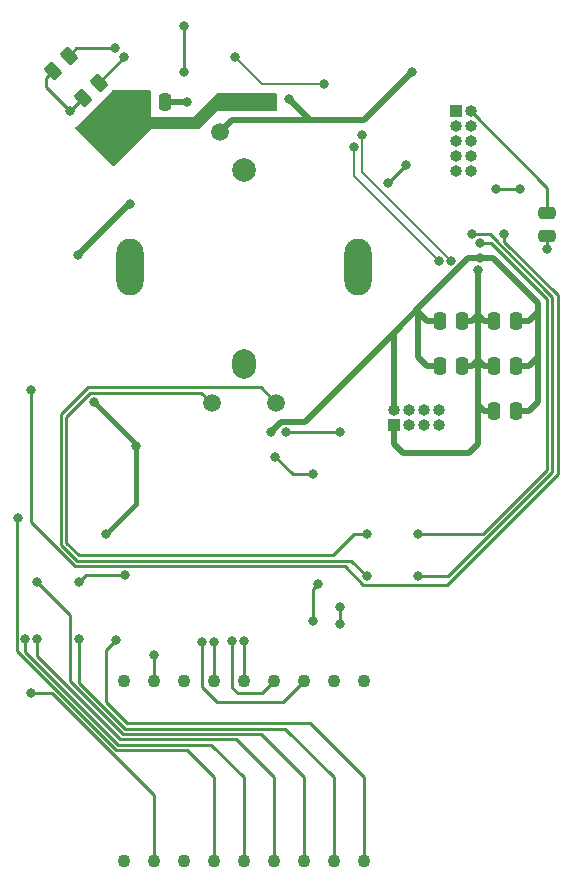
<source format=gbl>
%TF.GenerationSoftware,KiCad,Pcbnew,(6.0.2)*%
%TF.CreationDate,2022-04-01T16:02:14+02:00*%
%TF.ProjectId,rotarykeyboard,726f7461-7279-46b6-9579-626f6172642e,rev?*%
%TF.SameCoordinates,Original*%
%TF.FileFunction,Copper,L2,Bot*%
%TF.FilePolarity,Positive*%
%FSLAX46Y46*%
G04 Gerber Fmt 4.6, Leading zero omitted, Abs format (unit mm)*
G04 Created by KiCad (PCBNEW (6.0.2)) date 2022-04-01 16:02:14*
%MOMM*%
%LPD*%
G01*
G04 APERTURE LIST*
G04 Aperture macros list*
%AMRoundRect*
0 Rectangle with rounded corners*
0 $1 Rounding radius*
0 $2 $3 $4 $5 $6 $7 $8 $9 X,Y pos of 4 corners*
0 Add a 4 corners polygon primitive as box body*
4,1,4,$2,$3,$4,$5,$6,$7,$8,$9,$2,$3,0*
0 Add four circle primitives for the rounded corners*
1,1,$1+$1,$2,$3*
1,1,$1+$1,$4,$5*
1,1,$1+$1,$6,$7*
1,1,$1+$1,$8,$9*
0 Add four rect primitives between the rounded corners*
20,1,$1+$1,$2,$3,$4,$5,0*
20,1,$1+$1,$4,$5,$6,$7,0*
20,1,$1+$1,$6,$7,$8,$9,0*
20,1,$1+$1,$8,$9,$2,$3,0*%
G04 Aperture macros list end*
%TA.AperFunction,ComponentPad*%
%ADD10C,2.000000*%
%TD*%
%TA.AperFunction,ComponentPad*%
%ADD11O,2.300000X4.800000*%
%TD*%
%TA.AperFunction,ComponentPad*%
%ADD12O,2.000000X2.500000*%
%TD*%
%TA.AperFunction,ComponentPad*%
%ADD13C,1.500000*%
%TD*%
%TA.AperFunction,ComponentPad*%
%ADD14R,1.000000X1.000000*%
%TD*%
%TA.AperFunction,ComponentPad*%
%ADD15O,1.000000X1.000000*%
%TD*%
%TA.AperFunction,ComponentPad*%
%ADD16C,1.100000*%
%TD*%
%TA.AperFunction,SMDPad,CuDef*%
%ADD17RoundRect,0.250000X0.132583X-0.503814X0.503814X-0.132583X-0.132583X0.503814X-0.503814X0.132583X0*%
%TD*%
%TA.AperFunction,SMDPad,CuDef*%
%ADD18RoundRect,0.250000X-0.250000X-0.475000X0.250000X-0.475000X0.250000X0.475000X-0.250000X0.475000X0*%
%TD*%
%TA.AperFunction,SMDPad,CuDef*%
%ADD19RoundRect,0.250000X0.250000X0.475000X-0.250000X0.475000X-0.250000X-0.475000X0.250000X-0.475000X0*%
%TD*%
%TA.AperFunction,SMDPad,CuDef*%
%ADD20RoundRect,0.250000X0.475000X-0.250000X0.475000X0.250000X-0.475000X0.250000X-0.475000X-0.250000X0*%
%TD*%
%TA.AperFunction,ViaPad*%
%ADD21C,0.800000*%
%TD*%
%TA.AperFunction,Conductor*%
%ADD22C,0.500000*%
%TD*%
%TA.AperFunction,Conductor*%
%ADD23C,0.250000*%
%TD*%
%TA.AperFunction,Conductor*%
%ADD24C,0.400000*%
%TD*%
%TA.AperFunction,Conductor*%
%ADD25C,0.200000*%
%TD*%
G04 APERTURE END LIST*
D10*
%TO.P,SW101,S*%
%TO.N,N/C*%
X81280000Y-52760000D03*
D11*
X71630000Y-60960000D03*
X90930000Y-60960000D03*
D12*
X81280000Y-69160000D03*
D13*
%TO.P,SW101,C,C*%
%TO.N,GND*%
X79280000Y-49460000D03*
%TO.P,SW101,B,B*%
%TO.N,Net-(R102-Pad2)*%
X84030000Y-72460000D03*
%TO.P,SW101,A,A*%
%TO.N,Net-(R101-Pad2)*%
X78530000Y-72460000D03*
%TD*%
D14*
%TO.P,J102,1,Pin_1*%
%TO.N,+3V3*%
X99197000Y-47742000D03*
D15*
%TO.P,J102,2,Pin_2*%
%TO.N,GND*%
X100467000Y-47742000D03*
%TO.P,J102,3,Pin_3*%
X99197000Y-49012000D03*
%TO.P,J102,4,Pin_4*%
%TO.N,unconnected-(J102-Pad4)*%
X100467000Y-49012000D03*
%TO.P,J102,5,Pin_5*%
%TO.N,unconnected-(J102-Pad5)*%
X99197000Y-50282000D03*
%TO.P,J102,6,Pin_6*%
%TO.N,Net-(C108-Pad1)*%
X100467000Y-50282000D03*
%TO.P,J102,7,Pin_7*%
%TO.N,unconnected-(J102-Pad7)*%
X99197000Y-51552000D03*
%TO.P,J102,8,Pin_8*%
%TO.N,unconnected-(J102-Pad8)*%
X100467000Y-51552000D03*
%TO.P,J102,9,Pin_9*%
%TO.N,Net-(J102-Pad9)*%
X99197000Y-52822000D03*
%TO.P,J102,10,Pin_10*%
%TO.N,Net-(J102-Pad10)*%
X100467000Y-52822000D03*
%TD*%
D16*
%TO.P,U202,1,E*%
%TO.N,Net-(U202-Pad1)*%
X71120000Y-111252000D03*
%TO.P,U202,2,M*%
%TO.N,Net-(U202-Pad2)*%
X73660000Y-111252000D03*
%TO.P,U202,3,NC*%
%TO.N,unconnected-(U202-Pad3)*%
X76200000Y-111252000D03*
%TO.P,U202,4,L*%
%TO.N,Net-(R205-Pad2)*%
X78740000Y-111252000D03*
%TO.P,U202,5,K*%
%TO.N,Net-(U202-Pad5)*%
X81280000Y-111252000D03*
%TO.P,U202,6,J*%
%TO.N,Net-(U202-Pad6)*%
X83820000Y-111252000D03*
%TO.P,U202,7,D*%
%TO.N,Net-(R208-Pad2)*%
X86360000Y-111252000D03*
%TO.P,U202,8,DP*%
%TO.N,Net-(R209-Pad2)*%
X88900000Y-111252000D03*
%TO.P,U202,9,C*%
%TO.N,Net-(R217-Pad2)*%
X91440000Y-111252000D03*
%TO.P,U202,10,B*%
%TO.N,Net-(R216-Pad2)*%
X91440000Y-96012000D03*
%TO.P,U202,11,C2*%
%TO.N,Net-(U201-Pad4)*%
X88900000Y-96012000D03*
%TO.P,U202,12,A*%
%TO.N,Net-(R215-Pad2)*%
X86360000Y-96012000D03*
%TO.P,U202,13,N*%
%TO.N,Net-(R214-Pad2)*%
X83820000Y-96012000D03*
%TO.P,U202,14,H*%
%TO.N,Net-(R213-Pad2)*%
X81280000Y-96012000D03*
%TO.P,U202,15,G*%
%TO.N,Net-(R212-Pad2)*%
X78740000Y-96012000D03*
%TO.P,U202,16,C1*%
%TO.N,Net-(U201-Pad6)*%
X76200000Y-96012000D03*
%TO.P,U202,17,P*%
%TO.N,Net-(R211-Pad2)*%
X73660000Y-96012000D03*
%TO.P,U202,18,F*%
%TO.N,Net-(R210-Pad2)*%
X71120000Y-96012000D03*
%TD*%
D14*
%TO.P,J101,1,Pin_1*%
%TO.N,GND*%
X93980000Y-74285000D03*
D15*
%TO.P,J101,2,Pin_2*%
%TO.N,+3V3*%
X93980000Y-73015000D03*
%TO.P,J101,3,Pin_3*%
%TO.N,Net-(J101-Pad3)*%
X95250000Y-74285000D03*
%TO.P,J101,4,Pin_4*%
%TO.N,Net-(J101-Pad4)*%
X95250000Y-73015000D03*
%TO.P,J101,5,Pin_5*%
%TO.N,Net-(J101-Pad5)*%
X96520000Y-74285000D03*
%TO.P,J101,6,Pin_6*%
%TO.N,Net-(J101-Pad6)*%
X96520000Y-73015000D03*
%TO.P,J101,7,Pin_7*%
%TO.N,Net-(J101-Pad7)*%
X97790000Y-74285000D03*
%TO.P,J101,8,Pin_8*%
%TO.N,Net-(J101-Pad8)*%
X97790000Y-73015000D03*
%TD*%
D17*
%TO.P,R302,1*%
%TO.N,GND*%
X65140765Y-44333235D03*
%TO.P,R302,2*%
%TO.N,Net-(J301-PadA5)*%
X66431235Y-43042765D03*
%TD*%
%TO.P,R303,1*%
%TO.N,GND*%
X67680765Y-46619235D03*
%TO.P,R303,2*%
%TO.N,Net-(J301-PadB5)*%
X68971235Y-45328765D03*
%TD*%
D18*
%TO.P,C302,1*%
%TO.N,+5V*%
X72710000Y-46990000D03*
%TO.P,C302,2*%
%TO.N,GND*%
X74610000Y-46990000D03*
%TD*%
D19*
%TO.P,C105,1*%
%TO.N,+3V3*%
X104328000Y-73152000D03*
%TO.P,C105,2*%
%TO.N,GND*%
X102428000Y-73152000D03*
%TD*%
D18*
%TO.P,C104,1*%
%TO.N,+3V3*%
X97856000Y-69342000D03*
%TO.P,C104,2*%
%TO.N,GND*%
X99756000Y-69342000D03*
%TD*%
D19*
%TO.P,C101,1*%
%TO.N,+3V3*%
X104328000Y-65532000D03*
%TO.P,C101,2*%
%TO.N,GND*%
X102428000Y-65532000D03*
%TD*%
%TO.P,C102,1*%
%TO.N,+3V3*%
X104328000Y-69342000D03*
%TO.P,C102,2*%
%TO.N,GND*%
X102428000Y-69342000D03*
%TD*%
D20*
%TO.P,C109,1*%
%TO.N,Net-(C109-Pad1)*%
X106934000Y-58288000D03*
%TO.P,C109,2*%
%TO.N,GND*%
X106934000Y-56388000D03*
%TD*%
D18*
%TO.P,C103,1*%
%TO.N,+3V3*%
X97856000Y-65532000D03*
%TO.P,C103,2*%
%TO.N,GND*%
X99756000Y-65532000D03*
%TD*%
D21*
%TO.N,GND*%
X71628000Y-55626000D03*
X67222500Y-59944000D03*
X69596000Y-83566000D03*
X66548000Y-47752000D03*
X72144391Y-76073000D03*
X93472000Y-53848000D03*
X95504000Y-44450000D03*
X95000299Y-52328299D03*
X101092000Y-61214000D03*
X68580000Y-72390000D03*
X76454000Y-46990000D03*
X85090000Y-46736000D03*
%TO.N,Net-(C106-Pad1)*%
X96012000Y-83566000D03*
X101218791Y-58938039D03*
%TO.N,Net-(C107-Pad1)*%
X100584000Y-58166000D03*
X96012000Y-87122000D03*
%TO.N,+3V3*%
X101267938Y-60188562D03*
X83566000Y-74930000D03*
%TO.N,Net-(C109-Pad1)*%
X106934000Y-59436000D03*
%TO.N,Net-(C301-Pad1)*%
X76200000Y-44450000D03*
X76170000Y-40513800D03*
%TO.N,+5V*%
X79690139Y-46736000D03*
X83566000Y-46736000D03*
X70612000Y-50292000D03*
%TO.N,Net-(J102-Pad9)*%
X104652299Y-54351701D03*
X102611701Y-54360299D03*
%TO.N,Net-(J301-PadA5)*%
X70358000Y-42418000D03*
%TO.N,/USB & Power/USB_D-*%
X97790000Y-60452000D03*
X90554250Y-50800000D03*
%TO.N,/USB & Power/USB_D+*%
X98806000Y-60452000D03*
X88068379Y-45474407D03*
X80518000Y-43180000D03*
X91253750Y-49784000D03*
%TO.N,Net-(J301-PadB5)*%
X71120000Y-43180000D03*
%TO.N,Net-(R101-Pad2)*%
X91694000Y-83566000D03*
%TO.N,Net-(R102-Pad2)*%
X91694000Y-87122000D03*
%TO.N,/Segment display/SCL*%
X87122000Y-78486000D03*
X83942701Y-76999500D03*
%TO.N,/Segment display/SDA*%
X89413017Y-74935017D03*
X84836000Y-74930000D03*
%TO.N,Net-(R205-Pad2)*%
X62175687Y-82213997D03*
%TO.N,Net-(R208-Pad2)*%
X63754000Y-87630000D03*
%TO.N,Net-(R209-Pad2)*%
X67310000Y-92456000D03*
%TO.N,Net-(R211-Pad2)*%
X73660000Y-93763500D03*
%TO.N,Net-(R212-Pad2)*%
X78723503Y-92710000D03*
%TO.N,Net-(R213-Pad2)*%
X81280000Y-92589480D03*
%TO.N,Net-(R214-Pad2)*%
X80280497Y-92589480D03*
%TO.N,Net-(R215-Pad2)*%
X77724000Y-92710000D03*
%TO.N,Net-(R217-Pad2)*%
X70416842Y-92514842D03*
%TO.N,Net-(SW102-Pad3)*%
X63246000Y-71374000D03*
X103318456Y-58166000D03*
%TO.N,/Segment display/C2*%
X87122000Y-90932000D03*
X87559994Y-87770013D03*
%TO.N,Net-(U201-Pad6)*%
X89408000Y-89699500D03*
X89408000Y-91148500D03*
%TO.N,Net-(U203-Pad12)*%
X71190006Y-87008013D03*
X67310000Y-87630000D03*
%TO.N,Net-(U202-Pad2)*%
X63241701Y-97023701D03*
%TO.N,Net-(U202-Pad5)*%
X62754497Y-92456000D03*
%TO.N,Net-(U202-Pad6)*%
X63754000Y-92456000D03*
%TD*%
D22*
%TO.N,+3V3*%
X93980000Y-66548000D02*
X86447511Y-74080489D01*
X86447511Y-74080489D02*
X84415511Y-74080489D01*
X84415511Y-74080489D02*
X83566000Y-74930000D01*
D23*
%TO.N,/Segment display/SDA*%
X89413017Y-74935017D02*
X89408000Y-74930000D01*
X89408000Y-74930000D02*
X84836000Y-74930000D01*
D22*
%TO.N,+3V3*%
X93980000Y-66479390D02*
X93980000Y-66548000D01*
%TO.N,GND*%
X101092000Y-72644000D02*
X101092000Y-75946000D01*
X101092000Y-75946000D02*
X100330000Y-76708000D01*
X100330000Y-76708000D02*
X94742000Y-76708000D01*
X94742000Y-76708000D02*
X93980000Y-75946000D01*
X93980000Y-75946000D02*
X93980000Y-74285000D01*
D23*
%TO.N,Net-(U202-Pad2)*%
X63241701Y-97023701D02*
X65015398Y-97023701D01*
X65015398Y-97023701D02*
X70256817Y-102265120D01*
X70256817Y-102265120D02*
X70261120Y-102265120D01*
X70261120Y-102265120D02*
X73660000Y-105664000D01*
X73660000Y-105664000D02*
X73660000Y-111252000D01*
D22*
%TO.N,GND*%
X80226000Y-48514000D02*
X87884000Y-48514000D01*
X79280000Y-49460000D02*
X80226000Y-48514000D01*
D23*
%TO.N,Net-(R102-Pad2)*%
X68072000Y-71120000D02*
X82690000Y-71120000D01*
X65786000Y-73406000D02*
X68072000Y-71120000D01*
X65786000Y-84455717D02*
X65786000Y-73406000D01*
X67123802Y-85793520D02*
X65786000Y-84455717D01*
X91694000Y-87122000D02*
X90365520Y-85793520D01*
X82690000Y-71120000D02*
X84030000Y-72460000D01*
%TO.N,Net-(R101-Pad2)*%
X68258198Y-71569520D02*
X77639520Y-71569520D01*
X77639520Y-71569520D02*
X78530000Y-72460000D01*
X91694000Y-83566000D02*
X90574500Y-83566000D01*
X88796500Y-85344000D02*
X67310000Y-85344000D01*
X90574500Y-83566000D02*
X88796500Y-85344000D01*
X66235520Y-84269520D02*
X66235520Y-73592198D01*
X67310000Y-85344000D02*
X66235520Y-84269520D01*
%TO.N,Net-(R102-Pad2)*%
X90365520Y-85793520D02*
X67123802Y-85793520D01*
%TO.N,Net-(R101-Pad2)*%
X66235520Y-73592198D02*
X68258198Y-71569520D01*
D24*
%TO.N,GND*%
X68580000Y-72390000D02*
X72144391Y-75954391D01*
X72144391Y-75954391D02*
X72144391Y-76073000D01*
X72144391Y-76073000D02*
X72144391Y-81017609D01*
X72144391Y-81017609D02*
X69596000Y-83566000D01*
D22*
X101092000Y-68834000D02*
X101600000Y-69342000D01*
X86868000Y-48514000D02*
X87884000Y-48514000D01*
D23*
X106934000Y-54209000D02*
X100467000Y-47742000D01*
X64516000Y-44958000D02*
X64516000Y-45720000D01*
X65140765Y-44333235D02*
X64516000Y-44958000D01*
D22*
X85090000Y-46736000D02*
X86868000Y-48514000D01*
D23*
X64516000Y-45720000D02*
X66548000Y-47752000D01*
D22*
X101600000Y-65532000D02*
X102428000Y-65532000D01*
X101600000Y-73152000D02*
X102428000Y-73152000D01*
X71628000Y-55626000D02*
X71540500Y-55626000D01*
X100584000Y-69342000D02*
X99756000Y-69342000D01*
D23*
X95000299Y-52328299D02*
X94991701Y-52328299D01*
D22*
X101092000Y-72644000D02*
X101600000Y-73152000D01*
X74610000Y-46990000D02*
X76454000Y-46990000D01*
X100584000Y-65532000D02*
X99756000Y-65532000D01*
X101600000Y-69342000D02*
X102428000Y-69342000D01*
X101092000Y-65024000D02*
X100584000Y-65532000D01*
X91440000Y-48514000D02*
X95504000Y-44450000D01*
D23*
X67680765Y-46619235D02*
X66548000Y-47752000D01*
D22*
X87884000Y-48514000D02*
X91440000Y-48514000D01*
X101092000Y-68834000D02*
X100584000Y-69342000D01*
X101092000Y-61214000D02*
X101092000Y-72644000D01*
D23*
X94991701Y-52328299D02*
X93472000Y-53848000D01*
D22*
X71540500Y-55626000D02*
X67222500Y-59944000D01*
X101092000Y-65024000D02*
X101600000Y-65532000D01*
D23*
X106934000Y-56388000D02*
X106934000Y-54209000D01*
%TO.N,Net-(C106-Pad1)*%
X106934000Y-63666500D02*
X102205539Y-58938039D01*
X101472282Y-83566000D02*
X106934000Y-78104282D01*
X96012000Y-83566000D02*
X101472282Y-83566000D01*
X106934000Y-78104282D02*
X106934000Y-63666500D01*
X102205539Y-58938039D02*
X101218791Y-58938039D01*
%TO.N,Net-(C107-Pad1)*%
X102069217Y-58166000D02*
X100584000Y-58166000D01*
X107383520Y-78290480D02*
X107383520Y-63480303D01*
X107383520Y-63480303D02*
X102069217Y-58166000D01*
X96012000Y-87122000D02*
X98552000Y-87122000D01*
X98552000Y-87122000D02*
X107383520Y-78290480D01*
D22*
%TO.N,+3V3*%
X105410000Y-65532000D02*
X104328000Y-65532000D01*
X96358695Y-64100695D02*
X93980000Y-66479390D01*
X106172000Y-64262000D02*
X106172000Y-64770000D01*
X101267938Y-60188562D02*
X100270829Y-60188562D01*
X105410000Y-73152000D02*
X104328000Y-73152000D01*
X106172000Y-68580000D02*
X105410000Y-69342000D01*
X93980000Y-66479390D02*
X93980000Y-73015000D01*
X96012000Y-68580000D02*
X96012000Y-64770000D01*
X100270829Y-60188562D02*
X96358695Y-64100695D01*
X96774000Y-65532000D02*
X97856000Y-65532000D01*
X96358695Y-64100695D02*
X96012000Y-64447391D01*
X106172000Y-67818000D02*
X106172000Y-68580000D01*
X106172000Y-72390000D02*
X105410000Y-73152000D01*
X106172000Y-64770000D02*
X105410000Y-65532000D01*
X106172000Y-64008000D02*
X106172000Y-64262000D01*
X96012000Y-64770000D02*
X96774000Y-65532000D01*
X96774000Y-69342000D02*
X97856000Y-69342000D01*
X105410000Y-69342000D02*
X104328000Y-69342000D01*
X106172000Y-64262000D02*
X106172000Y-67818000D01*
X101267938Y-60188562D02*
X102352562Y-60188562D01*
X96012000Y-64447391D02*
X96012000Y-64770000D01*
X106172000Y-67818000D02*
X106172000Y-72390000D01*
X96012000Y-68580000D02*
X96774000Y-69342000D01*
X102352562Y-60188562D02*
X106172000Y-64008000D01*
D23*
%TO.N,Net-(C109-Pad1)*%
X106934000Y-59436000D02*
X106934000Y-58288000D01*
%TO.N,Net-(C301-Pad1)*%
X76170000Y-40513800D02*
X76170000Y-44420000D01*
X76170000Y-44420000D02*
X76200000Y-44450000D01*
%TO.N,Net-(J102-Pad9)*%
X104643701Y-54360299D02*
X104652299Y-54351701D01*
X102611701Y-54360299D02*
X104643701Y-54360299D01*
%TO.N,Net-(J301-PadA5)*%
X67056000Y-42418000D02*
X66431235Y-43042765D01*
X70358000Y-42418000D02*
X67056000Y-42418000D01*
D25*
%TO.N,/USB & Power/USB_D-*%
X90554250Y-53216250D02*
X90554250Y-50800000D01*
X97790000Y-60452000D02*
X90554250Y-53216250D01*
%TO.N,/USB & Power/USB_D+*%
X88059972Y-45466000D02*
X82804000Y-45466000D01*
X98806000Y-60452000D02*
X91253750Y-52899750D01*
X88068379Y-45474407D02*
X88059972Y-45466000D01*
X91253750Y-52899750D02*
X91253750Y-49784000D01*
X82804000Y-45466000D02*
X80518000Y-43180000D01*
D23*
%TO.N,Net-(J301-PadB5)*%
X71120000Y-43180000D02*
X68971235Y-45328765D01*
%TO.N,/Segment display/SCL*%
X85429201Y-78486000D02*
X87122000Y-78486000D01*
X83942701Y-76999500D02*
X85429201Y-78486000D01*
%TO.N,Net-(R205-Pad2)*%
X62029986Y-82359698D02*
X62029986Y-93402571D01*
X76415600Y-101815600D02*
X78740000Y-104140000D01*
X70443015Y-101815600D02*
X76415600Y-101815600D01*
X62029986Y-93402571D02*
X70443015Y-101815600D01*
X62175687Y-82213997D02*
X62029986Y-82359698D01*
X78740000Y-104140000D02*
X78740000Y-111252000D01*
%TO.N,Net-(R208-Pad2)*%
X66548000Y-96013434D02*
X71001606Y-100467040D01*
X66548000Y-90424000D02*
X66548000Y-96013434D01*
X71001606Y-100467040D02*
X82687040Y-100467040D01*
X82687040Y-100467040D02*
X86360000Y-104140000D01*
X63754000Y-87630000D02*
X66548000Y-90424000D01*
X86360000Y-104140000D02*
X86360000Y-111252000D01*
%TO.N,Net-(R209-Pad2)*%
X67310000Y-96139717D02*
X71187803Y-100017520D01*
X88900000Y-104140000D02*
X88900000Y-111252000D01*
X67310000Y-92456000D02*
X67310000Y-96139717D01*
X71187803Y-100017520D02*
X84777520Y-100017520D01*
X84777520Y-100017520D02*
X88900000Y-104140000D01*
%TO.N,Net-(R211-Pad2)*%
X73660000Y-93763500D02*
X73660000Y-96012000D01*
%TO.N,Net-(R212-Pad2)*%
X78723503Y-92710000D02*
X78740000Y-92726497D01*
X78740000Y-92726497D02*
X78740000Y-96012000D01*
%TO.N,Net-(R213-Pad2)*%
X81280000Y-92589480D02*
X81280000Y-96012000D01*
%TO.N,Net-(R214-Pad2)*%
X80280497Y-92589480D02*
X80280497Y-96536497D01*
X80280497Y-96536497D02*
X80772000Y-97028000D01*
X80772000Y-97028000D02*
X82804000Y-97028000D01*
X82804000Y-97028000D02*
X83820000Y-96012000D01*
%TO.N,Net-(R215-Pad2)*%
X77724000Y-96520000D02*
X78994000Y-97790000D01*
X78994000Y-97790000D02*
X84582000Y-97790000D01*
X77724000Y-92710000D02*
X77724000Y-96520000D01*
X84582000Y-97790000D02*
X86360000Y-96012000D01*
%TO.N,Net-(R217-Pad2)*%
X69596000Y-93335684D02*
X69596000Y-97790000D01*
X91440000Y-104140000D02*
X91440000Y-111252000D01*
X71374000Y-99568000D02*
X86868000Y-99568000D01*
X86868000Y-99568000D02*
X91440000Y-104140000D01*
X69596000Y-97790000D02*
X71374000Y-99568000D01*
X70416842Y-92514842D02*
X69596000Y-93335684D01*
%TO.N,Net-(SW102-Pad3)*%
X103318456Y-58779521D02*
X107833040Y-63294106D01*
X91393897Y-87846511D02*
X89790426Y-86243040D01*
X66937604Y-86243039D02*
X63246000Y-82551435D01*
X107833040Y-63294106D02*
X107833040Y-78476678D01*
X89790426Y-86243040D02*
X66937604Y-86243039D01*
X107833040Y-78476678D02*
X98463207Y-87846511D01*
X98463207Y-87846511D02*
X91393897Y-87846511D01*
X103318456Y-58166000D02*
X103318456Y-58779521D01*
X63246000Y-82551435D02*
X63246000Y-71374000D01*
%TO.N,/Segment display/C2*%
X87122000Y-88208007D02*
X87122000Y-90932000D01*
X87559994Y-87770013D02*
X87122000Y-88208007D01*
%TO.N,Net-(U201-Pad6)*%
X89408000Y-89699500D02*
X89408000Y-91148500D01*
%TO.N,Net-(U203-Pad12)*%
X67931987Y-87008013D02*
X67310000Y-87630000D01*
X71190006Y-87008013D02*
X67931987Y-87008013D01*
%TO.N,Net-(U202-Pad5)*%
X70629212Y-101366080D02*
X78506080Y-101366080D01*
X81280000Y-104140000D02*
X81280000Y-111252000D01*
X78506080Y-101366080D02*
X81280000Y-104140000D01*
X62754497Y-93491365D02*
X70629212Y-101366080D01*
X62754497Y-92456000D02*
X62754497Y-93491365D01*
%TO.N,Net-(U202-Pad6)*%
X80596560Y-100916560D02*
X83820000Y-104140000D01*
X83820000Y-104140000D02*
X83820000Y-111252000D01*
X63754000Y-92456000D02*
X63754000Y-93855151D01*
X70815409Y-100916560D02*
X80596560Y-100916560D01*
X63754000Y-93855151D02*
X70815409Y-100916560D01*
%TD*%
%TA.AperFunction,Conductor*%
%TO.N,+5V*%
G36*
X73348121Y-45994002D02*
G01*
X73394614Y-46047658D01*
X73406000Y-46100000D01*
X73406000Y-48260000D01*
X76962000Y-48260000D01*
X78957095Y-46264905D01*
X79019407Y-46230879D01*
X79046190Y-46228000D01*
X83948000Y-46228000D01*
X84016121Y-46248002D01*
X84062614Y-46301658D01*
X84074000Y-46354000D01*
X84074000Y-47626000D01*
X84053998Y-47694121D01*
X84000342Y-47740614D01*
X83948000Y-47752000D01*
X80264896Y-47752000D01*
X80260500Y-47751923D01*
X80259885Y-47751902D01*
X80252651Y-47750801D01*
X80245359Y-47751394D01*
X80245356Y-47751394D01*
X80243012Y-47751585D01*
X80232797Y-47752000D01*
X78994000Y-47752000D01*
X77506905Y-49239095D01*
X77444593Y-49273121D01*
X77417810Y-49276000D01*
X73406000Y-49276000D01*
X70320095Y-52361905D01*
X70257783Y-52395931D01*
X70186968Y-52390866D01*
X70141905Y-52361905D01*
X67018095Y-49238095D01*
X66984069Y-49175783D01*
X66989134Y-49104968D01*
X67018095Y-49059905D01*
X70067095Y-46010905D01*
X70129407Y-45976879D01*
X70156190Y-45974000D01*
X73280000Y-45974000D01*
X73348121Y-45994002D01*
G37*
%TD.AperFunction*%
%TD*%
M02*

</source>
